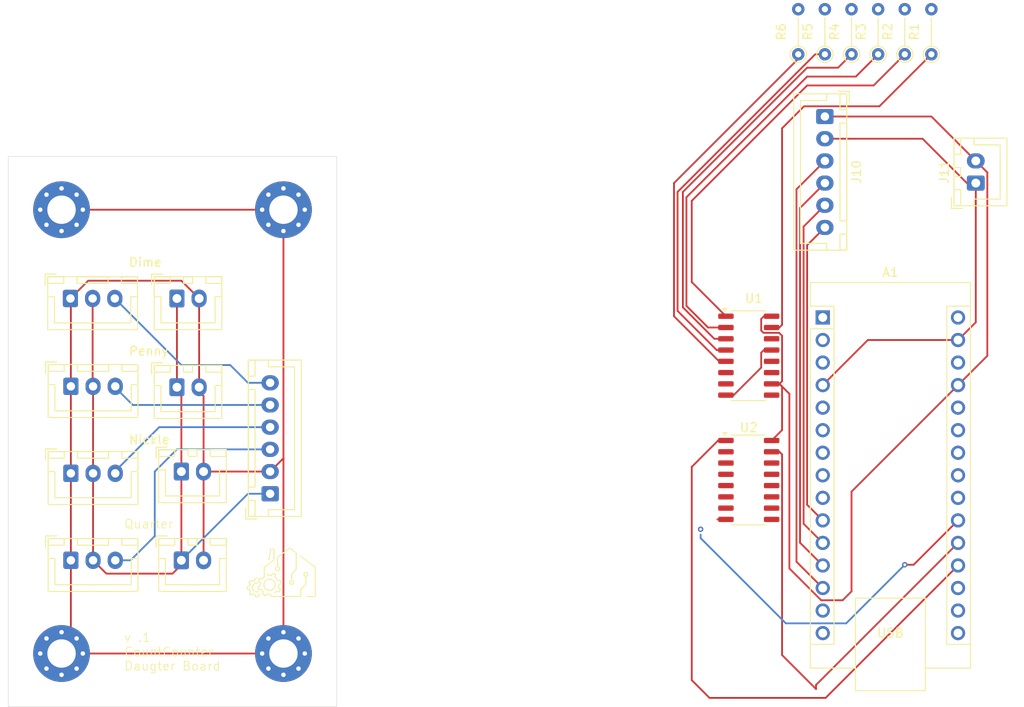
<source format=kicad_pcb>
(kicad_pcb (version 20240108) (generator "pcbnew") (generator_version "8.0")
  (layers (0 "F.Cu" signal) (31 "B.Cu" signal) (34 "B.Paste" user) (35 "F.Paste" user) (36 "B.SilkS" user "B.Silkscreen") (37 "F.SilkS" user "F.Silkscreen") (38 "B.Mask" user) (39 "F.Mask" user) (44 "Edge.Cuts" user))
  (net 0 "")
  (net 1 "GND")
  (net 2 "+5V")
  (net 3 "Net-(J5-Pin_3)")
  (net 4 "Net-(J5-Pin_4)")
  (net 5 "Net-(J5-Pin_5)")
  (net 6 "Net-(J5-Pin_6)")
  (net 21 "Net-(A1-+5V)")
  (net 22 "Net-(J10-Pin_2)")
  (net 23 "Net-(A1-D10)")
  (net 26 "Net-(A1-D9)")
  (net 27 "Net-(A1-D8)")
  (net 28 "Net-(A1-D7)")
  (net 29 "Net-(A1-A2)")
  (net 30 "Net-(A1-A3)")
  (net 31 "Net-(A1-A0)")
  (net 32 "Net-(A1-D3)")
  (net 33 "Net-(A1-D2)")
  (net 34 "Net-(A1-A1)")
  (net 35 "Net-(A1-D4)")
  (net 36 "Net-(J12-Pin_1)")
  (net 37 "Net-(U1-QA)")
  (net 38 "Net-(U1-QB)")
  (net 39 "Net-(J13-Pin_1)")
  (net 40 "Net-(J14-Pin_1)")
  (net 41 "Net-(U1-QC)")
  (net 42 "Net-(U1-QD)")
  (net 43 "Net-(J15-Pin_1)")
  (net 44 "Net-(U1-QE)")
  (net 45 "Net-(J16-Pin_1)")
  (net 46 "Net-(J17-Pin_1)")
  (net 47 "Net-(U1-QF)")
  (net 51 "Net-(J16-Pin_2)")
  (net 52 "Net-(J13-Pin_2)")
  (net 54 "Net-(J15-Pin_2)")
  (net 55 "Net-(J17-Pin_2)")
  (net 58 "Net-(J12-Pin_2)")
  (net 60 "Net-(J14-Pin_2)")
  (footprint "Resistor_THT:R_Axial_DIN0204_L3.6mm_D1.6mm_P5.08mm_Vertical" (layer "F.Cu") (at 193 68.49 90)
    (property "Reference" "R1")
    (property "Value" "220 Ohm")
  )
  (footprint "Connector_JST:JST_XH_B2B-XH-A_1x02_P2.50mm_Vertical" (layer "F.Cu") (at 108 96)
    (property "Reference" "J4" (hide yes))
    (property "Value" "D_EMT")
  )
  (footprint "Connector_JST:JST_XH_B6B-XH-A_1x06_P2.50mm_Vertical" (layer "F.Cu") (at 181 75.5 -90)
    (property "Reference" "J10")
    (property "Value" "Mom" (hide yes))
  )
  (footprint "Resistor_THT:R_Axial_DIN0204_L3.6mm_D1.6mm_P5.08mm_Vertical" (layer "F.Cu") (at 181 68.49 90)
    (property "Reference" "R5")
    (property "Value" "220 Ohm")
  )
  (footprint "Connector_JST:JST_XH_B3B-XH-A_1x03_P2.50mm_Vertical" (layer "F.Cu") (at 96.05 105.9)
    (property "Reference" "J7" (hide yes))
    (property "Value" "P_RCV")
  )
  (footprint "Connector_JST:JST_XH_B6B-XH-A_1x06_P2.50mm_Vertical" (layer "F.Cu") (at 118.5 118 90)
    (property "Reference" "J5" (hide yes))
    (property "Value" "Mom")
  )
  (footprint "Package_SO:SO-16_3.9x9.9mm_P1.27mm" (layer "F.Cu") (at 172.425 102.445)
    (property "Reference" "U1")
    (property "Value" "74HC595")
  )
  (footprint "Connector_JST:JST_XH_B2B-XH-A_1x02_P2.50mm_Vertical" (layer "F.Cu") (at 108.5 115.5)
    (property "Reference" "J2" (hide yes))
    (property "Value" "N_EMT")
  )
  (footprint "Connector_JST:JST_XH_B3B-XH-A_1x03_P2.50mm_Vertical" (layer "F.Cu") (at 96 96)
    (property "Reference" "J6" (hide yes))
    (property "Value" "D_RCV")
  )
  (footprint "Connector_JST:JST_XH_B2B-XH-A_1x02_P2.50mm_Vertical" (layer "F.Cu") (at 108 106)
    (property "Reference" "J3" (hide yes))
    (property "Value" "P_EMT")
  )
  (footprint "Connector_JST:JST_XH_B2B-XH-A_1x02_P2.50mm_Vertical" (layer "F.Cu") (at 198 83 90)
    (property "Reference" "J11")
    (property "Value" "Power")
  )
  (footprint "Connector_JST:JST_XH_B3B-XH-A_1x03_P2.50mm_Vertical" (layer "F.Cu") (at 96.05 115.7)
    (property "Reference" "J8" (hide yes))
    (property "Value" "N_RCV")
  )
  (footprint "Resistor_THT:R_Axial_DIN0204_L3.6mm_D1.6mm_P5.08mm_Vertical" (layer "F.Cu") (at 184 68.49 90)
    (property "Reference" "R4")
    (property "Value" "220 Ohm")
  )
  (footprint "MountingHole:MountingHole_3.2mm_M3_Pad_Via" (layer "F.Cu") (at 120 136)
    (property "Reference" "H4" (hide yes))
    (property "Value" "MountingHole_Pad")
  )
  (footprint "Module:Arduino_Nano" (layer "F.Cu") (at 180.76 98.14)
    (property "Reference" "A1")
    (property "Value" "Arduino_Nano_Every")
  )
  (footprint "MountingHole:MountingHole_3.2mm_M3_Pad_Via" (layer "F.Cu") (at 120 86)
    (property "Reference" "H2" (hide yes))
    (property "Value" "MountingHole_Pad")
  )
  (footprint "MountingHole:MountingHole_3.2mm_M3_Pad_Via" (layer "F.Cu") (at 95 86)
    (property "Reference" "H1" (hide yes))
    (property "Value" "MountingHole_Pad")
  )
  (footprint "Connector_JST:JST_XH_B2B-XH-A_1x02_P2.50mm_Vertical" (layer "F.Cu") (at 108.5 125.5)
    (property "Reference" "J1" (hide yes))
    (property "Value" "Q_EMT")
  )
  (footprint "Package_SO:SO-16_3.9x9.9mm_P1.27mm" (layer "F.Cu") (at 172.425 116.445)
    (property "Reference" "U2")
    (property "Value" "74HC165")
  )
  (footprint "Resistor_THT:R_Axial_DIN0204_L3.6mm_D1.6mm_P5.08mm_Vertical" (layer "F.Cu") (at 190 68.49 90)
    (property "Reference" "R2")
    (property "Value" "220 Ohm")
  )
  (footprint "Connector_JST:JST_XH_B3B-XH-A_1x03_P2.50mm_Vertical" (layer "F.Cu") (at 96.05 125.5)
    (property "Reference" "J9" (hide yes))
    (property "Value" "Q_RCV")
  )
  (footprint "Resistor_THT:R_Axial_DIN0204_L3.6mm_D1.6mm_P5.08mm_Vertical" (layer "F.Cu") (at 187 68.49 90)
    (property "Reference" "R3")
    (property "Value" "220 Ohm")
  )
  (footprint "Resistor_THT:R_Axial_DIN0204_L3.6mm_D1.6mm_P5.08mm_Vertical" (layer "F.Cu") (at 178 68.49 90)
    (property "Reference" "R6")
    (property "Value" "220 Ohm")
  )
  (footprint "MountingHole:MountingHole_3.2mm_M3_Pad_Via" (layer "F.Cu") (at 95 136)
    (property "Reference" "H3" (hide yes))
    (property "Value" "MountingHole_Pad")
  )
  (gr_poly (pts (xy 117 128) (xy 117.007791 128.000164) (xy 117.015553 128.000437) (xy 117.023287 128.00082) (xy 117.030994 128.001312) (xy 117.038675 128.001914) (xy 117.046332 128.002626) (xy 117.053967 128.003448) (xy 117.14389 128.096536) (xy 117.142469 128.107834) (xy 117.141165 128.119132) (xy 117.139969 128.13043) (xy 117.138871 128.141727) (xy 117.121496 128.135995) (xy 117.103811 128.130977) (xy 117.085833 128.12669) (xy 117.067581 128.123149) (xy 117.049072 128.120369) (xy 117.030323 128.118364) (xy 117.020864 128.117657) (xy 117.011352 128.11715) (xy 117.001789 128.116844) (xy 116.992177 128.116742) (xy 116.969398 128.11732) (xy 116.946914 128.119035) (xy 116.924754 128.12186) (xy 116.902946 128.125766) (xy 116.881517 128.130725) (xy 116.860497 128.136708) (xy 116.839912 128.143689) (xy 116.819791 128.151638) (xy 116.800162 128.160529) (xy 116.781053 128.170331) (xy 116.762492 128.181018) (xy 116.744506 128.192561) (xy 116.727125 128.204933) (xy 116.710376 128.218105) (xy 116.694287 128.232049) (xy 116.678887 128.246736) (xy 116.664202 128.26214) (xy 116.650262 128.278231) (xy 116.637094 128.294982) (xy 116.624726 128.312364) (xy 116.613186 128.33035) (xy 116.602503 128.348911) (xy 116.592704 128.368019) (xy 116.583818 128.387647) (xy 116.575872 128.407765) (xy 116.568895 128.428346) (xy 116.562914 128.449362) (xy 116.557958 128.470785) (xy 116.554054 128.492587) (xy 116.551231 128.514739) (xy 116.549516 128.537213) (xy 116.548939 128.559981) (xy 116.549516 128.58276) (xy 116.551231 128.605244) (xy 116.554054 128.627405) (xy 116.557958 128.649215) (xy 116.562914 128.670646) (xy 116.568895 128.691669) (xy 116.575872 128.712257) (xy 116.583818 128.732382) (xy 116.592704 128.752015) (xy 116.602503 128.771128) (xy 116.613186 128.789694) (xy 116.624726 128.807684) (xy 116.637094 128.825071) (xy 116.650262 128.841825) (xy 116.664202 128.857919) (xy 116.678887 128.873326) (xy 116.694287 128.888016) (xy 116.710376 128.901962) (xy 116.727125 128.915135) (xy 116.744506 128.927508) (xy 116.762492 128.939053) (xy 116.781053 128.949741) (xy 116.800162 128.959545) (xy 116.819791 128.968436) (xy 116.839912 128.976386) (xy 116.860497 128.983367) (xy 116.881517 128.989351) (xy 116.902946 128.99431) (xy 116.924754 128.998216) (xy 116.946914 129.00104) (xy 116.969398 129.002756) (xy 116.992177 129.003334) (xy 117.008968 129.003018) (xy 117.025605 129.00208) (xy 117.042077 129.000532) (xy 117.058373 128.998385) (xy 117.074483 128.995653) (xy 117.090395 128.992347) (xy 117.1061 128.98848) (xy 117.121585 128.984064) (xy 117.348404 128.991886) (xy 117.329932 129.006512) (xy 117.310844 129.020368) (xy 117.291163 129.033432) (xy 117.270914 129.045679) (xy 117.250119 129.057084) (xy 117.228803 129.067624) (xy 117.206988 129.077275) (xy 117.1847 129.086012) (xy 117.161962 129.093812) (xy 117.138797 129.100649) (xy 117.115229 129.106501) (xy 117.091282 129.111343) (xy 117.066979 129.115151) (xy 117.042345 129.117901) (xy 117.017403 129.119569) (xy 116.992177 129.12013) (xy 116.963401 129.1194) (xy 116.934997 129.117232) (xy 116.907002 129.113663) (xy 116.87945 129.108727) (xy 116.852378 129.102461) (xy 116.82582 129.094899) (xy 116.799813 129.086078) (xy 116.774391 129.076032) (xy 116.749591 129.064798) (xy 116.725447 129.052411) (xy 116.701995 129.038906) (xy 116.67927 129.024318) (xy 116.657308 129.008684) (xy 116.636145 128.992039) (xy 116.615815 128.974418) (xy 116.596355 128.955857) (xy 116.5778 128.936391) (xy 116.560184 128.916056) (xy 116.543544 128.894888) (xy 116.527916 128.872921) (xy 116.513334 128.850191) (xy 116.499834 128.826734) (xy 116.487451 128.802586) (xy 116.476221 128.777781) (xy 116.46618 128.752356) (xy 116.457362 128.726345) (xy 116.449804 128.699785) (xy 116.44354 128.672711) (xy 116.438607 128.645158) (xy 116.435039 128.617161) (xy 116.432873 128.588757) (xy 116.432143 128.559981) (xy 116.432873 128.531205) (xy 116.435039 128.502801) (xy 116.438607 128.474806) (xy 116.44354 128.447254) (xy 116.449804 128.420182) (xy 116.457362 128.393624) (xy 116.46618 128.367617) (xy 116.476221 128.342195) (xy 116.487451 128.317394) (xy 116.499834 128.29325) (xy 116.513334 128.269798) (xy 116.527916 128.247074) (xy 116.543544 128.225112) (xy 116.560184 128.203948) (xy 116.5778 128.183619) (xy 116.596355 128.164158) (xy 116.615815 128.145603) (xy 116.636145 128.127987) (xy 116.657308 128.111348) (xy 116.67927 128.095719) (xy 116.701995 128.081137) (xy 116.725447 128.067637) (xy 116.749591 128.055254) (xy 116.774391 128.044024) (xy 116.799813 128.033983) (xy 116.82582 128.025165) (xy 116.852378 128.017607) (xy 116.87945 128.011344) (xy 116.907002 128.00641) (xy 116.934997 128.002842) (xy 116.963401 128.000676) (xy 116.992177 127.999946)) (stroke (width -0.000001)) (fill solid) (layer "F.SilkS"))
  (gr_poly (pts (xy 118.448469 127.567157) (xy 118.481865 127.568938) (xy 118.515164 127.572365) (xy 118.548316 127.577437) (xy 118.581269 127.584151) (xy 118.613973 127.592507) (xy 118.646379 127.602503) (xy 118.678434 127.614137) (xy 118.71009 127.627408) (xy 118.74106 127.642201) (xy 118.771074 127.658384) (xy 118.800099 127.675917) (xy 118.828099 127.694766) (xy 118.855039 127.714893) (xy 118.880885 127.736262) (xy 118.905603 127.758835) (xy 118.929157 127.782577) (xy 118.951513 127.80745) (xy 118.972636 127.833418) (xy 118.992492 127.860444) (xy 119.011046 127.888492) (xy 119.028263 127.917524) (xy 119.044109 127.947505) (xy 119.058548 127.978397) (xy 119.071547 128.010163) (xy 119.082986 128.042524) (xy 119.092768 128.075191) (xy 119.100893 128.108113) (xy 119.107364 128.141241) (xy 119.112182 128.174523) (xy 119.115348 128.207909) (xy 119.116864 128.241348) (xy 119.116731 128.274792) (xy 119.114951 128.308188) (xy 119.111525 128.341486) (xy 119.106455 128.374637) (xy 119.099742 128.40759) (xy 119.091388 128.440294) (xy 119.081394 128.472699) (xy 119.069762 128.504755) (xy 119.056492 128.53641) (xy 119.041697 128.56738) (xy 119.025514 128.597394) (xy 119.007979 128.626419) (xy 118.98913 128.654418) (xy 118.969003 128.681359) (xy 118.947634 128.707205) (xy 118.925061 128.731923) (xy 118.90132 128.755477) (xy 118.876447 128.777833) (xy 118.850479 128.798956) (xy 118.823454 128.818812) (xy 118.795407 128.837366) (xy 118.766375 128.854583) (xy 118.736395 128.870429) (xy 118.705503 128.884868) (xy 118.673737 128.897867) (xy 118.658772 128.903375) (xy 118.643735 128.908528) (xy 118.628632 128.913325) (xy 118.613468 128.917766) (xy 118.598246 128.921851) (xy 118.582974 128.92558) (xy 118.567654 128.928954) (xy 118.552294 128.931972) (xy 118.536896 128.934635) (xy 118.521468 128.936942) (xy 118.506013 128.938895) (xy 118.490537 128.940492) (xy 118.475045 128.941734) (xy 118.459542 128.942621) (xy 118.444032 128.943153) (xy 118.428521 128.94333) (xy 118.410587 128.943093) (xy 118.392665 128.942382) (xy 118.374765 128.941197) (xy 118.356893 128.939538) (xy 118.339058 128.937406) (xy 118.321267 128.934801) (xy 118.303528 128.931723) (xy 118.285849 128.928173) (xy 118.268237 128.924151) (xy 118.2507 128.919656) (xy 118.233246 128.91469) (xy 118.215883 128.909253) (xy 118.198618 128.903344) (xy 118.181459 128.896965) (xy 118.164413 128.890114) (xy 118.14749 128.882794) (xy 118.116518 128.868002) (xy 118.086503 128.851821) (xy 118.057478 128.834288) (xy 118.029478 128.81544) (xy 118.002537 128.795313) (xy 117.976691 128.773945) (xy 117.951973 128.751371) (xy 117.928419 128.72763) (xy 117.906063 128.702756) (xy 117.88494 128.676788) (xy 117.865084 128.649762) (xy 117.84653 128.621715) (xy 117.829312 128.592683) (xy 117.813466 128.562704) (xy 117.799025 128.531813) (xy 117.786025 128.500048) (xy 117.774587 128.467687) (xy 117.764807 128.435019) (xy 117.756682 128.402097) (xy 117.750212 128.368969) (xy 117.745394 128.335686) (xy 117.742228 128.3023) (xy 117.740712 128.26886) (xy 117.740722 128.266526) (xy 117.857546 128.266526) (xy 117.858805 128.294288) (xy 117.861434 128.322005) (xy 117.865434 128.349636) (xy 117.870806 128.377138) (xy 117.877551 128.40447) (xy 117.88567 128.43159) (xy 117.895165 128.458456) (xy 117.905958 128.484829) (xy 117.917946 128.510476) (xy 117.931101 128.535366) (xy 117.945395 128.559469) (xy 117.960798 128.582755) (xy 117.977282 128.605192) (xy 117.994818 128.626751) (xy 118.013378 128.647401) (xy 118.032933 128.667111) (xy 118.053453 128.685852) (xy 118.074911 128.703592) (xy 118.097278 128.720301) (xy 118.120524 128.735949) (xy 118.144622 128.750505) (xy 118.169542 128.763939) (xy 118.195256 128.77622) (xy 118.221534 128.787237) (xy 118.248144 128.796895) (xy 118.275046 128.805192) (xy 118.302196 128.812129) (xy 118.329553 128.817702) (xy 118.357075 128.821912) (xy 118.38472 128.824756) (xy 118.412446 128.826234) (xy 118.440211 128.826345) (xy 118.467973 128.825087) (xy 118.49569 128.822459) (xy 118.52332 128.818459) (xy 118.550822 128.813088) (xy 118.578153 128.806342) (xy 118.605272 128.798222) (xy 118.632136 128.788726) (xy 118.658509 128.777934) (xy 118.684156 128.765945) (xy 118.709046 128.75279) (xy 118.73315 128.738496) (xy 118.756435 128.723092) (xy 118.778873 128.706607) (xy 118.800432 128.68907) (xy 118.821082 128.67051) (xy 118.840793 128.650955) (xy 118.859534 128.630434) (xy 118.877275 128.608976) (xy 118.893985 128.58661) (xy 118.909634 128.563364) (xy 118.924191 128.539267) (xy 118.937626 128.514348) (xy 118.949909 128.488635) (xy 118.960926 128.462356) (xy 118.970584 128.435744) (xy 118.978881 128.408843) (xy 118.985817 128.381692) (xy 118.99139 128.354336) (xy 118.995599 128.326815) (xy 118.998442 128.29917) (xy 118.99992 128.271446) (xy 119.00003 128.243681) (xy 118.998771 128.21592) (xy 118.996142 128.188204) (xy 118.992142 128.160573) (xy 118.986769 128.133072) (xy 118.980024 128.10574) (xy 118.971903 128.078621) (xy 118.962407 128.051755) (xy 118.951614 128.025381) (xy 118.939626 127.999733) (xy 118.926471 127.974841) (xy 118.912178 127.950738) (xy 118.896775 127.927452) (xy 118.880291 127.905014) (xy 118.862755 127.883455) (xy 118.844195 127.862805) (xy 118.824641 127.843095) (xy 118.804121 127.824354) (xy 118.782664 127.806614) (xy 118.760298 127.789905) (xy 118.737053 127.774256) (xy 118.712956 127.759699) (xy 118.688037 127.746264) (xy 118.662325 127.733982) (xy 118.648276 127.727905) (xy 118.634125 127.722219) (xy 118.619879 127.716923) (xy 118.605545 127.712019) (xy 118.591129 127.707506) (xy 118.576638 127.703384) (xy 118.562078 127.699654) (xy 118.547455 127.696315) (xy 118.532776 127.693369) (xy 118.518048 127.690815) (xy 118.503277 127.688653) (xy 118.48847 127.686884) (xy 118.473633 127.685508) (xy 118.458772 127.684525) (xy 118.443895 127.683935) (xy 118.429007 127.683738) (xy 118.416129 127.683885) (xy 118.403253 127.684326) (xy 118.390382 127.685062) (xy 118.377521 127.686092) (xy 118.364674 127.687417) (xy 118.351844 127.689037) (xy 118.339037 127.690952) (xy 118.326255 127.693161) (xy 118.313504 127.695666) (xy 118.300787 127.698466) (xy 118.288109 127.701562) (xy 118.275473 127.704953) (xy 118.262883 127.70864) (xy 118.250345 127.712623) (xy 118.237861 127.716901) (xy 118.225436 127.721476) (xy 118.199063 127.732268) (xy 118.173416 127.744257) (xy 118.148526 127.757413) (xy 118.124423 127.771707) (xy 118.101138 127.787111) (xy 118.078701 127.803595) (xy 118.057143 127.821133) (xy 118.036494 127.839693) (xy 118.016784 127.859249) (xy 117.998043 127.87977) (xy 117.980303 127.901229) (xy 117.963594 127.923596) (xy 117.947946 127.946843) (xy 117.933389 127.970941) (xy 117.919954 127.995862) (xy 117.907671 128.021576) (xy 117.896653 128.047854) (xy 117.886994 128.074464) (xy 117.878696 128.101365) (xy 117.87176 128.128515) (xy 117.866186 128.155871) (xy 117.861977 128.183392) (xy 117.859134 128.211037) (xy 117.857656 128.238762) (xy 117.857546 128.266526) (xy 117.740722 128.266526) (xy 117.740845 128.235416) (xy 117.742625 128.202019) (xy 117.746051 128.16872) (xy 117.751121 128.13557) (xy 117.757834 128.102617) (xy 117.766189 128.069913) (xy 117.776184 128.037509) (xy 117.787817 128.005455) (xy 117.801088 127.973801) (xy 117.815882 127.942829) (xy 117.832064 127.912814) (xy 117.849598 127.883788) (xy 117.868447 127.855787) (xy 117.888574 127.828846) (xy 117.909942 127.802999) (xy 117.932516 127.778281) (xy 117.956258 127.754727) (xy 117.981131 127.73237) (xy 118.007099 127.711247) (xy 118.034125 127.691391) (xy 118.062173 127.672837) (xy 118.091205 127.65562) (xy 118.121185 127.639774) (xy 118.152077 127.625335) (xy 118.183844 127.612336) (xy 118.216203 127.600897) (xy 118.248869 127.591116) (xy 118.281791 127.582991) (xy 118.314917 127.57652) (xy 118.348199 127.571703) (xy 118.381585 127.568538) (xy 118.415025 127.567023)) (stroke (width -0.000001)) (fill solid) (layer "F.SilkS"))
  (gr_poly (pts (xy 119.346456 126.171433) (xy 119.360707 126.17252) (xy 119.374753 126.174311) (xy 119.388577 126.176786) (xy 119.40216 126.179929) (xy 119.415485 126.183721) (xy 119.428534 126.188146) (xy 119.441289 126.193184) (xy 119.453733 126.198819) (xy 119.465847 126.205032) (xy 119.477614 126.211806) (xy 119.489016 126.219123) (xy 119.500035 126.226964) (xy 119.510654 126.235314) (xy 119.520854 126.244152) (xy 119.530619 126.253463) (xy 119.539929 126.263227) (xy 119.548768 126.273427) (xy 119.557117 126.284046) (xy 119.564959 126.295065) (xy 119.572276 126.306467) (xy 119.579049 126.318234) (xy 119.585263 126.330349) (xy 119.590897 126.342792) (xy 119.595936 126.355547) (xy 119.60036 126.368596) (xy 119.604153 126.381921) (xy 119.607295 126.395504) (xy 119.609771 126.409328) (xy 119.611561 126.423374) (xy 119.612648 126.437625) (xy 119.613015 126.452063) (xy 119.612648 126.466501) (xy 119.611561 126.480752) (xy 119.609771 126.494798) (xy 119.607295 126.508622) (xy 119.604153 126.522205) (xy 119.60036 126.53553) (xy 119.595936 126.548579) (xy 119.590897 126.561334) (xy 119.585263 126.573778) (xy 119.579049 126.585892) (xy 119.572276 126.597659) (xy 119.564959 126.609061) (xy 119.557117 126.62008) (xy 119.548768 126.630699) (xy 119.539929 126.6409) (xy 119.530619 126.650664) (xy 119.520854 126.659974) (xy 119.510654 126.668813) (xy 119.500035 126.677162) (xy 119.489016 126.685004) (xy 119.477614 126.692321) (xy 119.465847 126.699095) (xy 119.453733 126.705308) (xy 119.441289 126.710942) (xy 119.428534 126.715981) (xy 119.415485 126.720405) (xy 119.40216 126.724198) (xy 119.388577 126.72734) (xy 119.374753 126.729816) (xy 119.360707 126.731606) (xy 119.346456 126.732693) (xy 119.332018 126.73306) (xy 119.31758 126.732693) (xy 119.303329 126.731606) (xy 119.289283 126.729816) (xy 119.275459 126.72734) (xy 119.261876 126.724198) (xy 119.248551 126.720405) (xy 119.235502 126.715981) (xy 119.222747 126.710942) (xy 119.210304 126.705308) (xy 119.19819 126.699095) (xy 119.186423 126.692321) (xy 119.17502 126.685004) (xy 119.164001 126.677162) (xy 119.153382 126.668813) (xy 119.143182 126.659974) (xy 119.133418 126.650664) (xy 119.124107 126.6409) (xy 119.115269 126.630699) (xy 119.10692 126.62008) (xy 119.099078 126.609061) (xy 119.091761 126.597659) (xy 119.084987 126.585892) (xy 119.078774 126.573778) (xy 119.073139 126.561334) (xy 119.068101 126.548579) (xy 119.063676 126.53553) (xy 119.059884 126.522205) (xy 119.056741 126.508622) (xy 119.054266 126.494798) (xy 119.052475 126.480752) (xy 119.051388 126.466501) (xy 119.051022 126.452063) (xy 119.167809 126.452063) (xy 119.168023 126.4605) (xy 119.168658 126.468827) (xy 119.169704 126.477035) (xy 119.171151 126.485113) (xy 119.172987 126.49305) (xy 119.175204 126.500837) (xy 119.177789 126.508462) (xy 119.180733 126.515915) (xy 119.184026 126.523186) (xy 119.187657 126.530264) (xy 119.191615 126.53714) (xy 119.19589 126.543803) (xy 119.200473 126.550241) (xy 119.205352 126.556446) (xy 119.210517 126.562406) (xy 119.215958 126.568111) (xy 119.221664 126.573552) (xy 119.227624 126.578716) (xy 119.23383 126.583594) (xy 119.240269 126.588176) (xy 119.246932 126.592451) (xy 119.253809 126.596409) (xy 119.260888 126.600039) (xy 119.26816 126.603332) (xy 119.275614 126.606276) (xy 119.28324 126.608861) (xy 119.291027 126.611076) (xy 119.298965 126.612913) (xy 119.307043 126.614359) (xy 119.315252 126.615405) (xy 119.32358 126.61604) (xy 119.332018 126.616254) (xy 119.340455 126.61604) (xy 119.348783 126.615405) (xy 119.35699 126.614359) (xy 119.365068 126.612913) (xy 119.373006 126.611076) (xy 119.380792 126.608861) (xy 119.388417 126.606276) (xy 119.395871 126.603332) (xy 119.403142 126.600039) (xy 119.410221 126.596409) (xy 119.417097 126.592451) (xy 119.42376 126.588176) (xy 119.430199 126.583594) (xy 119.436404 126.578716) (xy 119.442365 126.573552) (xy 119.448071 126.568111) (xy 119.453511 126.562406) (xy 119.458676 126.556446) (xy 119.463555 126.550241) (xy 119.468137 126.543803) (xy 119.472413 126.53714) (xy 119.476371 126.530264) (xy 119.480002 126.523186) (xy 119.483294 126.515915) (xy 119.486239 126.508462) (xy 119.488824 126.500837) (xy 119.49104 126.49305) (xy 119.492877 126.485113) (xy 119.494323 126.477035) (xy 119.495369 126.468827) (xy 119.496004 126.4605) (xy 119.496218 126.452063) (xy 119.496004 126.443626) (xy 119.495369 126.435298) (xy 119.494323 126.42709) (xy 119.492877 126.419012) (xy 119.49104 126.411075) (xy 119.488824 126.403289) (xy 119.486239 126.395663) (xy 119.483294 126.38821) (xy 119.480002 126.380939) (xy 119.476371 126.37386) (xy 119.472413 126.366984) (xy 119.468137 126.360321) (xy 119.463555 126.353882) (xy 119.458676 126.347677) (xy 119.453511 126.341716) (xy 119.448071 126.33601) (xy 119.442365 126.33057) (xy 119.436404 126.325405) (xy 119.430199 126.320526) (xy 119.42376 126.315944) (xy 119.417097 126.311668) (xy 119.410221 126.30771) (xy 119.403142 126.30408) (xy 119.395871 126.300787) (xy 119.388417 126.297843) (xy 119.380792 126.295258) (xy 119.373006 126.293041) (xy 119.365068 126.291205) (xy 119.35699 126.289758) (xy 119.348783 126.288712) (xy 119.340455 126.288077) (xy 119.332018 126.287863) (xy 119.32358 126.288077) (xy 119.315252 126.288712) (xy 119.307043 126.289758) (xy 119.298965 126.291205) (xy 119.291027 126.293041) (xy 119.28324 126.295258) (xy 119.275614 126.297843) (xy 119.26816 126.300787) (xy 119.260888 126.30408) (xy 119.253809 126.30771) (xy 119.246932 126.311668) (xy 119.240269 126.315944) (xy 119.23383 126.320526) (xy 119.227624 126.325405) (xy 119.221664 126.33057) (xy 119.215958 126.33601) (xy 119.210517 126.341716) (xy 119.205352 126.347677) (xy 119.200473 126.353882) (xy 119.19589 126.360321) (xy 119.191615 126.366984) (xy 119.187657 126.37386) (xy 119.184026 126.380939) (xy 119.180733 126.38821) (xy 119.177789 126.395663) (xy 119.175204 126.403289) (xy 119.172987 126.411075) (xy 119.171151 126.419012) (xy 119.169704 126.42709) (xy 119.168658 126.435298) (xy 119.168023 126.443626) (xy 119.167809 126.452063) (xy 119.051022 126.452063) (xy 119.051388 126.437625) (xy 119.052475 126.423374) (xy 119.054266 126.409328) (xy 119.056741 126.395504) (xy 119.059884 126.381921) (xy 119.063676 126.368596) (xy 119.068101 126.355547) (xy 119.073139 126.342792) (xy 119.078774 126.330349) (xy 119.084987 126.318234) (xy 119.091761 126.306467) (xy 119.099078 126.295065) (xy 119.10692 126.284046) (xy 119.115269 126.273427) (xy 119.124107 126.263227) (xy 119.133418 126.253463) (xy 119.143182 126.244152) (xy 119.153382 126.235314) (xy 119.164001 126.226964) (xy 119.17502 126.219123) (xy 119.186423 126.211806) (xy 119.19819 126.205032) (xy 119.210304 126.198819) (xy 119.222747 126.193184) (xy 119.235502 126.188146) (xy 119.248551 126.183721) (xy 119.261876 126.179929) (xy 119.275459 126.176786) (xy 119.289283 126.174311) (xy 119.303329 126.17252) (xy 119.31758 126.171433) (xy 119.332018 126.171067)) (stroke (width -0.000001)) (fill solid) (layer "F.SilkS"))
  (gr_poly (pts (xy 120.932156 127.709187) (xy 120.946407 127.710274) (xy 120.960453 127.712064) (xy 120.974277 127.71454) (xy 120.987859 127.717683) (xy 121.001184 127.721475) (xy 121.014233 127.7259) (xy 121.026988 127.730939) (xy 121.039431 127.736574) (xy 121.051545 127.742787) (xy 121.063312 127.749561) (xy 121.074713 127.756878) (xy 121.085732 127.76472) (xy 121.09635 127.77307) (xy 121.106551 127.781909) (xy 121.116314 127.791219) (xy 121.125624 127.800984) (xy 121.134463 127.811184) (xy 121.142811 127.821803) (xy 121.150653 127.832823) (xy 121.157969 127.844225) (xy 121.164743 127.855992) (xy 121.170955 127.868106) (xy 121.17659 127.880549) (xy 121.181628 127.893304) (xy 121.186052 127.906353) (xy 121.189844 127.919678) (xy 121.192987 127.93326) (xy 121.195462 127.947083) (xy 121.197252 127.961129) (xy 121.198339 127.975379) (xy 121.198706 127.989816) (xy 121.198339 128.004254) (xy 121.197252 128.018505) (xy 121.195462 128.032552) (xy 121.192987 128.046375) (xy 121.189844 128.059958) (xy 121.186052 128.073283) (xy 121.181628 128.086332) (xy 121.17659 128.099088) (xy 121.170955 128.111531) (xy 121.164743 128.123645) (xy 121.157969 128.135412) (xy 121.150653 128.146814) (xy 121.142811 128.157834) (xy 121.134463 128.168453) (xy 121.125624 128.178653) (xy 121.116314 128.188417) (xy 121.106551 128.197728) (xy 121.09635 128.206566) (xy 121.085732 128.214915) (xy 121.074713 128.222757) (xy 121.063312 128.230074) (xy 121.051545 128.236848) (xy 121.039431 128.243061) (xy 121.026988 128.248696) (xy 121.014233 128.253734) (xy 121.001184 128.258158) (xy 120.987859 128.261951) (xy 120.974277 128.265094) (xy 120.960453 128.267569) (xy 120.946407 128.269359) (xy 120.932156 128.270447) (xy 120.917718 128.270813) (xy 120.90328 128.270447) (xy 120.889029 128.269359) (xy 120.874983 128.267569) (xy 120.86116 128.265094) (xy 120.847576 128.261951) (xy 120.834252 128.258158) (xy 120.821203 128.253734) (xy 120.808447 128.248696) (xy 120.796004 128.243061) (xy 120.78389 128.236848) (xy 120.772123 128.230074) (xy 120.760721 128.222757) (xy 120.749701 128.214915) (xy 120.739083 128.206566) (xy 120.728882 128.197728) (xy 120.719118 128.188417) (xy 120.709808 128.178653) (xy 120.700969 128.168453) (xy 120.69262 128.157834) (xy 120.684778 128.146814) (xy 120.677461 128.135412) (xy 120.670687 128.123645) (xy 120.664474 128.111531) (xy 120.658839 128.099088) (xy 120.653801 128.086332) (xy 120.649377 128.073283) (xy 120.645584 128.059958) (xy 120.642441 128.046375) (xy 120.639966 128.032552) (xy 120.638176 128.018505) (xy 120.637089 128.004254) (xy 120.636722 127.989816) (xy 120.753509 127.989816) (xy 120.753723 127.998253) (xy 120.754358 128.006581) (xy 120.755405 128.014789) (xy 120.756851 128.022866) (xy 120.758688 128.030803) (xy 120.760904 128.03859) (xy 120.763489 128.046215) (xy 120.766433 128.053668) (xy 120.769726 128.060939) (xy 120.773357 128.068017) (xy 120.777315 128.074893) (xy 120.781591 128.081556) (xy 120.786173 128.087994) (xy 120.791052 128.094199) (xy 120.796217 128.100159) (xy 120.801658 128.105864) (xy 120.807364 128.111305) (xy 120.813324 128.116469) (xy 120.81953 128.121347) (xy 120.825969 128.125929) (xy 120.832632 128.130204) (xy 120.839509 128.134162) (xy 120.846588 128.137793) (xy 120.85386 128.141085) (xy 120.861314 128.144029) (xy 120.86894 128.146614) (xy 120.876727 128.14883) (xy 120.884665 128.150666) (xy 120.892743 128.152112) (xy 120.900952 128.153158) (xy 120.90928 128.153794) (xy 120.917718 128.154008) (xy 120.926155 128.153794) (xy 120.934483 128.153158) (xy 120.942691 128.152112) (xy 120.950769 128.150666) (xy 120.958706 128.14883) (xy 120.966492 128.146614) (xy 120.974118 128.144029) (xy 120.981571 128.141085) (xy 120.988843 128.137793) (xy 120.995922 128.134162) (xy 121.002798 128.130204) (xy 121.00946 128.125929) (xy 121.0159 128.121347) (xy 121.022105 128.116469) (xy 121.028065 128.111305) (xy 121.033771 128.105864) (xy 121.039212 128.100159) (xy 121.044376 128.094199) (xy 121.049255 128.087994) (xy 121.053838 128.081556) (xy 121.058113 128.074893) (xy 121.062071 128.068017) (xy 121.065702 128.060939) (xy 121.068995 128.053668) (xy 121.071939 128.046215) (xy 121.074524 128.03859) (xy 121.07674 128.030803) (xy 121.078577 128.022866) (xy 121.080023 128.014789) (xy 121.081069 128.006581) (xy 121.081705 127.998253) (xy 121.081919 127.989816) (xy 121.081705 127.98138) (xy 121.081069 127.973053) (xy 121.080023 127.964846) (xy 121.078577 127.956768) (xy 121.07674 127.948831) (xy 121.074524 127.941045) (xy 121.071939 127.93342) (xy 121.068995 127.925967) (xy 121.065702 127.918696) (xy 121.062071 127.911617) (xy 121.058113 127.904741) (xy 121.053838 127.898078) (xy 121.049255 127.891639) (xy 121.044376 127.885434) (xy 121.039212 127.879473) (xy 121.033771 127.873767) (xy 121.028065 127.868326) (xy 121.022105 127.863161) (xy 121.0159 127.858282) (xy 121.00946 127.8537) (xy 121.002798 127.849424) (xy 120.995922 127.845465) (xy 120.988843 127.841834) (xy 120.981571 127.838542) (xy 120.974118 127.835597) (xy 120.966492 127.833012) (xy 120.958706 127.830795) (xy 120.950769 127.828959) (xy 120.942691 127.827512) (xy 120.934483 127.826466) (xy 120.926155 127.82583) (xy 120.917718 127.825616) (xy 120.90928 127.82583) (xy 120.900952 127.826466) (xy 120.892743 127.827512) (xy 120.884665 127.828959) (xy 120.876727 127.830795) (xy 120.86894 127.833012) (xy 120.861314 127.835597) (xy 120.85386 127.838542) (xy 120.846588 127.841834) (xy 120.839509 127.845465) (xy 120.832632 127.849424) (xy 120.825969 127.8537) (xy 120.81953 127.858282) (xy 120.813324 127.863161) (xy 120.807364 127.868326) (xy 120.801658 127.873767) (xy 120.796217 127.879473) (xy 120.791052 127.885434) (xy 120.786173 127.891639) (xy 120.781591 127.898078) (xy 120.777315 127.904741) (xy 120.773357 127.911617) (xy 120.769726 127.918696) (xy 120.766433 127.925967) (xy 120.763489 127.93342) (xy 120.760904 127.941045) (xy 120.758688 127.948831) (xy 120.756851 127.956768) (xy 120.755405 127.964846) (xy 120.754358 127.973053) (xy 120.753723 127.98138) (xy 120.753509 127.989816) (xy 120.636722 127.989816) (xy 120.637089 127.975379) (xy 120.638176 127.961129) (xy 120.639966 127.947083) (xy 120.642441 127.93326) (xy 120.645584 127.919678) (xy 120.649377 127.906353) (xy 120.653801 127.893304) (xy 120.658839 127.880549) (xy 120.664474 127.868106) (xy 120.670687 127.855992) (xy 120.677461 127.844225) (xy 120.684778 127.832823) (xy 120.69262 127.821803) (xy 120.700969 127.811184) (xy 120.709808 127.800984) (xy 120.719118 127.791219) (xy 120.728882 127.781909) (xy 120.739083 127.77307) (xy 120.749701 127.76472) (xy 120.760721 127.756878) (xy 120.772123 127.749561) (xy 120.78389 127.742787) (xy 120.796004 127.736574) (xy 120.808447 127.730939) (xy 120.821203 127.7259) (xy 120.834252 127.721475) (xy 120.847576 127.717683) (xy 120.86116 127.71454) (xy 120.874983 127.712064) (xy 120.889029 127.710274) (xy 120.90328 127.709187) (xy 120.917718 127.70882)) (stroke (width -0.000001)) (fill solid) (layer "F.SilkS"))
  (gr_poly (pts (xy 117.076734 127.453689) (xy 117.00946 127.590461) (xy 116.994978 127.557635) (xy 116.849925 127.567804) (xy 116.781124 127.810268) (xy 116.751464 127.819846) (xy 116.725794 127.828698) (xy 116.700483 127.838427) (xy 116.675551 127.849023) (xy 116.651015 127.860477) (xy 116.626897 127.87278) (xy 116.603214 127.885921) (xy 116.579987 127.899891) (xy 116.557234 127.914681) (xy 116.531419 127.932083) (xy 116.297942 127.837009) (xy 116.200655 127.94517) (xy 116.31955 128.167429) (xy 116.30483 128.194875) (xy 116.292515 128.219071) (xy 116.281064 128.243642) (xy 116.270485 128.268569) (xy 116.260788 128.293833) (xy 116.251984 128.319414) (xy 116.244081 128.345293) (xy 116.23709 128.371449) (xy 116.23102 128.397864) (xy 116.224485 128.428352) (xy 115.990541 128.522253) (xy 115.995673 128.667544) (xy 116.235456 128.744865) (xy 116.244099 128.774763) (xy 116.251998 128.800637) (xy 116.260797 128.826216) (xy 116.270489 128.851475) (xy 116.281065 128.87639) (xy 116.292518 128.900939) (xy 116.304838 128.925098) (xy 116.318017 128.948843) (xy 116.332047 128.972151) (xy 116.348627 128.998538) (xy 116.245387 129.228629) (xy 116.35003 129.329655) (xy 116.576381 129.218593) (xy 116.603368 129.234115) (xy 116.627064 129.247276) (xy 116.651187 129.259591) (xy 116.675715 129.271049) (xy 116.700627 129.281638) (xy 116.7259 129.291346) (xy 116.751512 129.30016) (xy 116.777441 129.308068) (xy 116.803667 129.31506) (xy 116.833917 129.322652) (xy 116.919413 129.559746) (xy 117.064934 129.559746) (xy 117.15043 129.322652) (xy 117.18068 129.31506) (xy 117.19927 129.310198) (xy 117.21768 129.304899) (xy 117.235906 129.299167) (xy 117.253945 129.293001) (xy 117.271795 129.286403) (xy 117.289453 129.279376) (xy 117.306915 129.271919) (xy 117.324179 129.264036) (xy 117.341242 129.255726) (xy 117.358101 129.246993) (xy 117.374753 129.237837) (xy 117.391195 129.228259) (xy 117.407425 129.218262) (xy 117.423438 129.207846) (xy 117.439233 129.197014) (xy 117.454807 129.185766) (xy 117.432378 129.339471) (xy 117.409422 129.352042) (xy 117.386115 129.363909) (xy 117.362467 129.375073) (xy 117.338487 129.385531) (xy 117.314184 129.395283) (xy 117.289568 129.404328) (xy 117.264649 129.412665) (xy 117.239436 129.420293) (xy 117.146928 129.676542) (xy 116.837419 129.676542) (xy 116.74492 129.420293) (xy 116.722591 129.413564) (xy 116.700459 129.40626) (xy 116.678534 129.398384) (xy 116.656827 129.38994) (xy 116.635351 129.380931) (xy 116.614115 129.371362) (xy 116.593132 129.361236) (xy 116.572412 129.350558) (xy 116.32784 129.470634) (xy 116.105352 129.255616) (xy 116.216768 129.007067) (xy 116.205348 128.986693) (xy 116.194479 128.966046) (xy 116.184163 128.94514) (xy 116.174403 128.923986) (xy 116.165201 128.902596) (xy 116.156561 128.880982) (xy 116.148484 128.859158) (xy 116.140974 128.837134) (xy 115.881806 128.753631) (xy 115.87094 128.444342) (xy 116.123803 128.342972) (xy 116.129742 128.320418) (xy 116.13626 128.298048) (xy 116.143357 128.275868) (xy 116.15103 128.253888) (xy 116.159278 128.232116) (xy 116.168099 128.210559) (xy 116.177491 128.189226) (xy 116.187452 128.168126) (xy 116.058979 127.927884) (xy 116.265945 127.697909) (xy 116.518332 127.80069) (xy 116.538276 127.788599) (xy 116.558509 127.77703) (xy 116.579024 127.765991) (xy 116.599814 127.755491) (xy 116.620872 127.745538) (xy 116.642191 127.736141) (xy 116.663764 127.727309) (xy 116.685583 127.719049) (xy 116.759984 127.457076) (xy 117.068673 127.435468)) (stroke (width -0.000001)) (fill solid) (layer "F.SilkS"))
  (gr_poly (pts (xy 123.639026 126.256808) (xy 123.639026 129.629548) (xy 122.496486 129.629548) (xy 122.496486 129.512752) (xy 123.522231 129.512752) (xy 123.522231 126.314814) (xy 121.872104 125.063776) (xy 121.872104 124.917214)) (stroke (width -0.000001)) (fill solid) (layer "F.SilkS"))
  (gr_poly (pts (xy 119.163214 127.06542) (xy 119.137876 127.403425) (xy 119.157045 127.41972) (xy 119.175797 127.436407) (xy 119.19413 127.453481) (xy 119.212042 127.47094) (xy 119.22953 127.488781) (xy 119.24659 127.507001) (xy 119.263221 127.525596) (xy 119.27942 127.544563) (xy 119.295183 127.5639) (xy 119.31051 127.583602) (xy 119.325396 127.603668) (xy 119.339839 127.624093) (xy 119.353836 127.644875) (xy 119.367385 127.66601) (xy 119.380484 127.687496) (xy 119.393129 127.709328) (xy 119.73042 127.744738) (xy 119.818429 128.101396) (xy 119.536489 128.289524) (xy 119.535114 128.320226) (xy 119.532882 128.350864) (xy 119.529796 128.381423) (xy 119.525857 128.411884) (xy 119.521069 128.442232) (xy 119.515432 128.472448) (xy 119.50895 128.502516) (xy 119.501625 128.532419) (xy 119.719642 128.79217) (xy 119.535192 129.109873) (xy 119.201747 129.049344) (xy 119.176565 129.073072) (xy 119.15065 129.095995) (xy 119.12402 129.1181) (xy 119.096694 129.139372) (xy 119.068692 129.159794) (xy 119.040033 129.179352) (xy 119.010735 129.19803) (xy 118.980819 129.215813) (xy 118.906145 129.127362) (xy 118.921302 129.118456) (xy 118.936628 129.109037) (xy 118.952072 129.099146) (xy 118.967583 129.088823) (xy 118.983109 129.078107) (xy 118.998599 129.067039) (xy 119.029263 129.044004) (xy 119.059163 129.020038) (xy 119.073699 129.007805) (xy 119.087889 128.995459) (xy 119.101683 128.983041) (xy 119.115028 128.970588) (xy 119.127874 128.958143) (xy 119.140169 128.945743) (xy 119.161856 128.923404) (xy 119.475352 128.980298) (xy 119.577456 128.804447) (xy 119.372421 128.560166) (xy 119.381116 128.530215) (xy 119.39018 128.496823) (xy 119.398059 128.463184) (xy 119.404749 128.429328) (xy 119.410246 128.395283) (xy 119.414546 128.36108) (xy 119.417643 128.326748) (xy 119.419534 128.292318) (xy 119.420214 128.257818) (xy 119.420284 128.226658) (xy 119.685396 128.049749) (xy 119.636677 127.852344) (xy 119.319477 127.819033) (xy 119.304934 127.791489) (xy 119.292413 127.768509) (xy 119.279347 127.745941) (xy 119.265741 127.723787) (xy 119.251598 127.702053) (xy 119.236921 127.680744) (xy 119.221716 127.659862) (xy 119.205984 127.639413) (xy 119.189729 127.619402) (xy 119.172956 127.599831) (xy 119.155667 127.580706) (xy 119.137866 127.56203) (xy 119.119558 127.543809) (xy 119.100744 127.526046) (xy 119.08143 127.508746) (xy 119.061618 127.491913) (xy 119.041312 127.475551) (xy 119.016794 127.456315) (xy 119.040606 127.138463) (xy 118.855046 127.055304) (xy 118.63366 127.284637) (xy 118.602986 127.279133) (xy 118.568863 127.273625) (xy 118.534605 127.269324) (xy 118.500242 127.26623) (xy 118.465805 127.264344) (xy 118.431324 127.263666) (xy 118.396828 127.264195) (xy 118.362349 127.265932) (xy 118.327916 127.268877) (xy 118.296907 127.272087) (xy 118.074639 127.004487) (xy 118.226458 127.004487) (xy 118.347266 127.149911) (xy 118.377982 127.148056) (xy 118.408715 127.147058) (xy 118.439449 127.146916) (xy 118.470167 127.147629) (xy 118.500853 127.1492) (xy 118.531491 127.151626) (xy 118.562063 127.154908) (xy 118.592553 127.159048) (xy 118.827988 126.915198)) (stroke (width -0.000001)) (fill solid) (layer "F.SilkS"))
  (gr_poly (pts (xy 122.53978 126.793575) (xy 122.554031 126.794662) (xy 122.568077 126.796452) (xy 122.581901 126.798927) (xy 122.595484 126.80207) (xy 122.608809 126.805863) (xy 122.621858 126.810287) (xy 122.634613 126.815325) (xy 122.647056 126.82096) (xy 122.659171 126.827173) (xy 122.670938 126.833947) (xy 122.68234 126.841264) (xy 122.693359 126.849106) (xy 122.703978 126.857455) (xy 122.714178 126.866294) (xy 122.723942 126.875604) (xy 122.733253 126.885368) (xy 122.742091 126.895569) (xy 122.750441 126.906188) (xy 122.758282 126.917207) (xy 122.765599 126.928609) (xy 122.772373 126.940376) (xy 122.778586 126.95249) (xy 122.784221 126.964934) (xy 122.789259 126.977689) (xy 122.793684 126.990738) (xy 122.797476 127.004063) (xy 122.800619 127.017646) (xy 122.803094 127.03147) (xy 122.804885 127.045516) (xy 122.805972 127.059767) (xy 122.806338 127.074205) (xy 122.805972 127.088644) (xy 122.804885 127.102895) (xy 122.803094 127.116942) (xy 122.800619 127.130766) (xy 122.797476 127.14435) (xy 122.793684 127.157675) (xy 122.789259 127.170724) (xy 122.784221 127.18348) (xy 122.778586 127.195923) (xy 122.772373 127.208038) (xy 122.765599 127.219805) (xy 122.758282 127.231207) (xy 122.750441 127.242226) (xy 122.742091 127.252844) (xy 122.733253 127.263045) (xy 122.723942 127.272809) (xy 122.714178 127.282119) (xy 122.703978 127.290957) (xy 122.693359 127.299306) (xy 122.68234 127.307148) (xy 122.670938 127.314464) (xy 122.659171 127.321238) (xy 122.647056 127.327451) (xy 122.634613 127.333085) (xy 122.621858 127.338123) (xy 122.608809 127.342547) (xy 122.595484 127.346339) (xy 122.581901 127.349482) (xy 122.568077 127.351957) (xy 122.554031 127.353747) (xy 122.53978 127.354834) (xy 122.525342 127.355201) (xy 122.510904 127.354834) (xy 122.496653 127.353747) (xy 122.482607 127.351957) (xy 122.468783 127.349482) (xy 122.4552 127.346339) (xy 122.441875 127.342547) (xy 122.428826 127.338123) (xy 122.416071 127.333085) (xy 122.403628 127.327451) (xy 122.391513 127.321238) (xy 122.379746 127.314464) (xy 122.368344 127.307148) (xy 122.357325 127.299306) (xy 122.346706 127.290957) (xy 122.336506 127.282119) (xy 122.326741 127.272809) (xy 122.317431 127.263045) (xy 122.308592 127.252844) (xy 122.300243 127.242226) (xy 122.292401 127.231207) (xy 122.285084 127.219805) (xy 122.278311 127.208038) (xy 122.272097 127.195923) (xy 122.266463 127.18348) (xy 122.261424 127.170724) (xy 122.257 127.157675) (xy 122.253207 127.14435) (xy 122.250065 127.130766) (xy 122.247589 127.116942) (xy 122.245799 127.102895) (xy 122.244712 127.088644) (xy 122.244345 127.074205) (xy 122.361142 127.074205) (xy 122.361356 127.082643) (xy 122.361991 127.090971) (xy 122.363037 127.09918) (xy 122.364483 127.107258) (xy 122.36632 127.115196) (xy 122.368536 127.122983) (xy 122.371121 127.130609) (xy 122.374066 127.138063) (xy 122.377358 127.145335) (xy 122.380989 127.152414) (xy 122.384947 127.15929) (xy 122.389223 127.165954) (xy 122.393805 127.172393) (xy 122.398684 127.178598) (xy 122.403849 127.184559) (xy 122.409289 127.190265) (xy 122.414995 127.195706) (xy 122.420956 127.200871) (xy 122.427161 127.20575) (xy 122.4336 127.210332) (xy 122.440263 127.214608) (xy 122.447139 127.218566) (xy 122.454218 127.222197) (xy 122.461489 127.22549) (xy 122.468943 127.228434) (xy 122.476568 127.231019) (xy 122.484354 127.233235) (xy 122.492292 127.235072) (xy 122.50037 127.236518) (xy 122.508578 127.237565) (xy 122.516905 127.2382) (xy 122.525342 127.238414) (xy 122.53378 127.2382) (xy 122.542108 127.237565) (xy 122.550317 127.236518) (xy 122.558395 127.235072) (xy 122.566333 127.233235) (xy 122.57412 127.231019) (xy 122.581745 127.228434) (xy 122.589199 127.22549) (xy 122.59647 127.222197) (xy 122.603549 127.218566) (xy 122.610425 127.214608) (xy 122.617088 127.210332) (xy 122.623527 127.20575) (xy 122.629732 127.200871) (xy 122.635692 127.195706) (xy 122.641398 127.190265) (xy 122.646838 127.184559) (xy 122.652003 127.178598) (xy 122.656881 127.172393) (xy 122.661463 127.165954) (xy 122.665739 127.15929) (xy 122.669696 127.152414) (xy 122.673327 127.145335) (xy 122.676619 127.138063) (xy 122.679563 127.130609) (xy 122.682148 127.122983) (xy 122.684364 127.115196) (xy 122.6862 127.107258) (xy 122.687647 127.09918) (xy 122.688693 127.090971) (xy 122.689328 127.082643) (xy 122.689542 127.074205) (xy 122.689328 127.065768) (xy 122.688693 127.05744) (xy 122.687647 127.049232) (xy 122.6862 127.041154) (xy 122.684364 127.033217) (xy 122.682148 127.025431) (xy 122.679563 127.017805) (xy 122.676619 127.010352) (xy 122.673327 127.00308) (xy 122.669696 126.996001) (xy 122.665739 126.989125) (xy 122.661463 126.982463) (xy 122.656881 126.976023) (xy 122.652003 126.969818) (xy 122.646838 126.963858) (xy 122.641398 126.958152) (xy 122.635692 126.952711) (xy 122.629732 126.947547) (xy 122.623527 126.942668) (xy 122.617088 126.938085) (xy 122.610425 126.93381) (xy 122.603549 126.929852) (xy 122.59647 126.926221) (xy 122.589199 126.922928) (xy 122.581745 126.919984) (xy 122.57412 126.917399) (xy 122.566333 126.915183) (xy 122.558395 126.913346) (xy 122.550317 126.9119) (xy 122.542108 126.910854) (xy 122.53378 126.910218) (xy 122.525342 126.910004) (xy 122.516905 126.910218) (xy 122.508578 126.910854) (xy 122.50037 126.9119) (xy 122.492292 126.913346) (xy 122.484354 126.915183) (xy 122.476568 126.917399) (xy 122.468943 126.919984) (xy 122.461489 126.922928) (xy 122.454218 126.926221) (xy 122.447139 126.929852) (xy 122.440263 126.93381) (xy 122.4336 126.938085) (xy 122.427161 126.942668) (xy 122.420956 126.947547) (xy 122.414995 126.952711) (xy 122.409289 126.958152) (xy 122.403849 126.963858) (xy 122.398684 126.969818) (xy 122.393805 126.976023) (xy 122.389223 126.982463) (xy 122.384947 126.989125) (xy 122.380989 126.996001) (xy 122.377358 127.00308) (xy 122.374066 127.010352) (xy 122.371121 127.017805) (xy 122.368536 127.025431) (xy 122.36632 127.033217) (xy 122.364483 127.041154) (xy 122.363037 127.049232) (xy 122.361991 127.05744) (xy 122.361356 127.065768) (xy 122.361142 127.074205) (xy 122.244345 127.074205) (xy 122.244712 127.059767) (xy 122.245799 127.045516) (xy 122.247589 127.03147) (xy 122.250065 127.017646) (xy 122.253207 127.004063) (xy 122.257 126.990738) (xy 122.261424 126.977689) (xy 122.266463 126.964934) (xy 122.272097 126.95249) (xy 122.278311 126.940376) (xy 122.285084 126.928609) (xy 122.292401 126.917207) (xy 122.300243 126.906188) (xy 122.308592 126.895569) (xy 122.317431 126.885368) (xy 122.326741 126.875604) (xy 122.336506 126.866294) (xy 122.346706 126.857455) (xy 122.357325 126.849106) (xy 122.368344 126.841264) (xy 122.379746 126.833947) (xy 122.391513 126.827173) (xy 122.403628 126.82096) (xy 122.416071 126.815325) (xy 122.428826 126.810287) (xy 122.441875 126.805863) (xy 122.4552 126.80207) (xy 122.468783 126.798927) (xy 122.482607 126.796452) (xy 122.496653 126.794662) (xy 122.510904 126.793575) (xy 122.525342 126.793208)) (stroke (width -0.000001)) (fill solid) (layer "F.SilkS"))
  (gr_poly (pts (xy 121.495486 124.631723) (xy 121.495486 126.538346) (xy 120.976091 127.057617) (xy 120.976091 127.767256) (xy 120.859294 127.767256) (xy 120.859294 127.009234) (xy 121.37869 126.489962) (xy 121.37869 124.689728) (xy 120.711887 124.184163) (xy 119.390416 125.205604) (xy 119.390416 126.229471) (xy 119.27362 126.229471) (xy 119.27362 125.148251) (xy 120.711208 124.037081)) (stroke (width -0.000001)) (fill solid) (layer "F.SilkS"))
  (gr_poly (pts (xy 118.990357 125.488843) (xy 117.901032 126.314792) (xy 117.902081 127.41485) (xy 117.876152 127.432216) (xy 117.86186 127.441967) (xy 117.847751 127.45196) (xy 117.833827 127.462192) (xy 117.82009 127.472661) (xy 117.806545 127.483365) (xy 117.793193 127.494299) (xy 117.780037 127.505463) (xy 117.76708 127.516854) (xy 117.754325 127.528468) (xy 117.741775 127.540304) (xy 117.729432 127.552358) (xy 117.7173 127.564628) (xy 117.705381 127.577112) (xy 117.693678 127.589807) (xy 117.682194 127.60271) (xy 117.670932 127.615819) (xy 117.65085 127.639614) (xy 117.334206 127.604725) (xy 117.244565 127.787234) (xy 117.466065 128.016557) (xy 117.459486 128.047037) (xy 117.452796 128.080892) (xy 117.447305 128.114935) (xy 117.443014 128.149136) (xy 117.439927 128.183465) (xy 117.438044 128.217891) (xy 117.437368 128.252385) (xy 117.4379 128.286916) (xy 117.439643 128.321454) (xy 117.44175 128.352542) (xy 117.18955 128.547647) (xy 117.251886 128.741154) (xy 117.570576 128.752249) (xy 117.587024 128.778699) (xy 117.596294 128.793332) (xy 117.605809 128.80779) (xy 117.615566 128.822069) (xy 117.625563 128.836167) (xy 117.635798 128.85008) (xy 117.646268 128.863806) (xy 117.656972 128.877342) (xy 117.667905 128.890684) (xy 117.679067 128.903831) (xy 117.690454 128.916779) (xy 117.702064 128.929526) (xy 117.713895 128.942068) (xy 117.725945 128.954403) (xy 117.73821 128.966528) (xy 117.750688 128.97844) (xy 117.763378 128.990136) (xy 117.786441 129.011037) (xy 117.740562 129.326324) (xy 117.919844 129.422279) (xy 118.156769 129.208813) (xy 118.18702 129.216486) (xy 118.220615 129.224374) (xy 118.254447 129.23107) (xy 118.288483 129.236569) (xy 118.322694 129.24087) (xy 118.357046 129.24397) (xy 118.391509 129.245865) (xy 118.426052 129.246554) (xy 118.460643 129.246032) (xy 118.491784 129.245) (xy 118.684278 129.512758) (xy 121.895993 129.512758) (xy 121.895993 128.752054) (xy 122.466884 128.181154) (xy 122.466884 127.296802) (xy 122.58368 127.296802) (xy 122.58368 128.229547) (xy 122.01279 128.800438) (xy 122.01279 129.629545) (xy 118.624394 129.629545) (xy 118.433012 129.363347) (xy 118.402239 129.362964) (xy 118.371503 129.361767) (xy 118.340824 129.359747) (xy 118.310221 129.356897) (xy 118.279715 129.353208) (xy 118.249326 129.34867) (xy 118.219074 129.343274) (xy 118.188978 129.337013) (xy 117.937069 129.563972) (xy 117.613183 129.390609) (xy 117.661981 129.055276) (xy 117.640106 129.033706) (xy 117.618845 129.011541) (xy 117.59821 128.988796) (xy 117.578211 128.965484) (xy 117.558858 128.941617) (xy 117.540164 128.917209) (xy 117.522138 128.892273) (xy 117.504792 128.866822) (xy 117.165861 128.855031) (xy 117.053236 128.505427) (xy 117.321427 128.297968) (xy 117.320643 128.2672) (xy 117.320717 128.236448) (xy 117.321649 128.205729) (xy 117.323437 128.175062) (xy 117.326079 128.144462) (xy 117.329574 128.113948) (xy 117.333921 128.083537) (xy 117.339119 128.053246) (xy 117.103569 127.809389) (xy 117.265511 127.479639) (xy 117.60229 127.516759) (xy 117.623108 127.494114) (xy 117.644537 127.47207) (xy 117.666565 127.450639) (xy 117.689177 127.429833) (xy 117.712363 127.409663) (xy 117.736109 127.390139) (xy 117.760403 127.371275) (xy 117.785232 127.35308) (xy 117.784183 126.256831) (xy 118.87356 125.430838) (xy 118.87356 124.294576) (xy 118.633874 124.294576) (xy 118.420214 125.431173) (xy 118.280523 125.54205) (xy 118.536985 124.17778) (xy 118.990357 124.17778)) (stroke (width -0.000001)) (fill solid) (layer "F.SilkS"))
  (gr_rect (start 89 80) (end 126 142) (stroke (width 0.05)) (fill none) (layer "Edge.Cuts"))
  (gr_text "Quarter" (at 102 122 0) (layer "F.SilkS") (effects (font (size 1 1) (thickness 0.1)) (justify left bottom)))
  (gr_text "v .1\nCountCounter\nDaugter Board" (at 102 138 0) (layer "F.SilkS") (effects (font (size 1 1) (thickness 0.1)) (justify left bottom)))
  (gr_text "Nickle" (at 102.5 112.5 0) (layer "F.SilkS") (effects (font (size 1 1)) (justify left bottom)))
  (gr_text "Dime" (at 102.5 92.5 0) (layer "F.SilkS") (effects (font (size 1 1)) (justify left bottom)))
  (gr_text "Penny" (at 102.5 102.5 0) (layer "F.SilkS") (effects (font (size 1 1)) (justify left bottom)))
  (via (at 167 122) (size 0.6) (drill 0.3) (layers "F.Cu" "B.Cu") (net 0))
  (segment (start 95 86) (end 120 86) (width 0.2) (layer "F.Cu") (net 1))
  (segment (start 108.5 94) (end 110.5 96) (width 0.2) (layer "F.Cu") (net 1))
  (segment (start 96.05 133.95) (end 96.05 125.5) (width 0.2) (layer "F.Cu") (net 1))
  (segment (start 110.5 106) (end 110.5 106.5) (width 0.2) (layer "F.Cu") (net 1))
  (segment (start 95 136) (end 95 135) (width 0.2) (layer "F.Cu") (net 1))
  (segment (start 120 86) (end 120 114) (width 0.2) (layer "F.Cu") (net 1))
  (segment (start 111 107) (end 111 115.5) (width 0.2) (layer "F.Cu") (net 1))
  (segment (start 96.05 115.7) (end 96.05 105.9) (width 0.2) (layer "F.Cu") (net 1))
  (segment (start 120 114) (end 118.5 115.5) (width 0.2) (layer "F.Cu") (net 1))
  (segment (start 98 94) (end 108.5 94) (width 0.2) (layer "F.Cu") (net 1))
  (segment (start 96.05 125.5) (end 96.05 115.7) (width 0.2) (layer "F.Cu") (net 1))
  (segment (start 95 135) (end 96.05 133.95) (width 0.2) (layer "F.Cu") (net 1))
  (segment (start 96.05 105.9) (end 96.05 96.05) (width 0.2) (layer "F.Cu") (net 1))
  (segment (start 110.5 96) (end 110.5 106) (width 0.2) (layer "F.Cu") (net 1))
  (segment (start 96 96) (end 98 94) (width 0.2) (layer "F.Cu") (net 1))
  (segment (start 110.5 106.5) (end 111 107) (width 0.2) (layer "F.Cu") (net 1))
  (segment (start 111 115.5) (end 118.5 115.5) (width 0.2) (layer "F.Cu") (net 1))
  (segment (start 120 136) (end 95 136) (width 0.2) (layer "F.Cu") (net 1))
  (segment (start 111 115.5) (end 111 125.5) (width 0.2) (layer "F.Cu") (net 1))
  (segment (start 96.05 96.05) (end 96 96) (width 0.2) (layer "F.Cu") (net 1))
  (segment (start 120 114) (end 120 136) (width 0.2) (layer "F.Cu") (net 1))
  (segment (start 95.6 125.95) (end 96.05 125.5) (width 0.2) (layer "B.Cu") (net 1))
  (segment (start 120.297056 86.697056) (end 120.6 87) (width 0.2) (layer "B.Cu") (net 1))
  (segment (start 95.902944 136.197056) (end 95.6 136.5) (width 0.2) (layer "B.Cu") (net 1))
  (segment (start 108.5 125.5) (end 108.5 126) (width 0.2) (layer "F.Cu") (net 2))
  (segment (start 98.5 105.85) (end 98.55 105.9) (width 0.2) (layer "F.Cu") (net 2))
  (segment (start 107.5 127) (end 100.05 127) (width 0.2) (layer "F.Cu") (net 2))
  (segment (start 98.55 115.7) (end 98.55 105.9) (width 0.2) (layer "F.Cu") (net 2))
  (segment (start 100.05 127) (end 98.55 125.5) (width 0.2) (layer "F.Cu") (net 2))
  (segment (start 108.5 107) (end 108.5 115.5) (width 0.2) (layer "F.Cu") (net 2))
  (segment (start 108 106.5) (end 108.5 107) (width 0.2) (layer "F.Cu") (net 2))
  (segment (start 108 106) (end 108 106.5) (width 0.2) (layer "F.Cu") (net 2))
  (segment (start 108.5 115.5) (end 108.5 125.5) (width 0.2) (layer "F.Cu") (net 2))
  (segment (start 98.55 125.5) (end 98.55 115.7) (width 0.2) (layer "F.Cu") (net 2))
  (segment (start 98.5 96) (end 98.5 105.85) (width 0.2) (layer "F.Cu") (net 2))
  (segment (start 108 96) (end 108 106) (width 0.2) (layer "F.Cu") (net 2))
  (segment (start 108.5 126) (end 107.5 127) (width 0.2) (layer "F.Cu") (net 2))
  (segment (start 118.5 118) (end 116 118) (width 0.2) (layer "B.Cu") (net 2))
  (segment (start 116 118) (end 108.5 125.5) (width 0.2) (layer "B.Cu") (net 2))
  (segment (start 102.776346 125.5) (end 105.5 122.776346) (width 0.2) (layer "B.Cu") (net 3))
  (segment (start 105.5 115.5) (end 108 113) (width 0.2) (layer "B.Cu") (net 3))
  (segment (start 101.05 125.5) (end 102.776346 125.5) (width 0.2) (layer "B.Cu") (net 3))
  (segment (start 105.5 122.776346) (end 105.5 115.5) (width 0.2) (layer "B.Cu") (net 3))
  (segment (start 108 113) (end 118.5 113) (width 0.2) (layer "B.Cu") (net 3))
  (segment (start 101.05 115.45) (end 106 110.5) (width 0.2) (layer "B.Cu") (net 4))
  (segment (start 101.05 115.7) (end 101.05 115.45) (width 0.2) (layer "B.Cu") (net 4))
  (segment (start 106 110.5) (end 118.5 110.5) (width 0.2) (layer "B.Cu") (net 4))
  (segment (start 101.05 105.9) (end 101.05 106.025) (width 0.2) (layer "B.Cu") (net 5))
  (segment (start 103.025 108) (end 118.5 108) (width 0.2) (layer "B.Cu") (net 5))
  (segment (start 101.05 106.025) (end 103.025 108) (width 0.2) (layer "B.Cu") (net 5))
  (segment (start 116 105.5) (end 118.5 105.5) (width 0.2) (layer "B.Cu") (net 6))
  (segment (start 101 96) (end 108.5 103.5) (width 0.2) (layer "B.Cu") (net 6))
  (segment (start 114 103.5) (end 116 105.5) (width 0.2) (layer "B.Cu") (net 6))
  (segment (start 108.5 103.5) (end 114 103.5) (width 0.2) (layer "B.Cu") (net 6))
  (segment (start 177 106.745001) (end 177 126.415635) (width 0.2) (layer "F.Cu") (net 21))
  (segment (start 175.874999 105.62) (end 176.175 105.920001) (width 0.2) (layer "F.Cu") (net 21))
  (segment (start 175.874999 105.62) (end 177 106.745001) (width 0.2) (layer "F.Cu") (net 21))
  (segment (start 175 98) (end 174.125001 98) (width 0.2) (layer "F.Cu") (net 21))
  (segment (start 175.845552 99.87) (end 176.175 100.199448) (width 0.2) (layer "F.Cu") (net 21))
  (segment (start 176.175 100.199448) (end 176.175 105.319999) (width 0.2) (layer "F.Cu") (net 21))
  (segment (start 193 75.5) (end 181 75.5) (width 0.2) (layer "F.Cu") (net 21))
  (segment (start 175 105.62) (end 175.874999 105.62) (width 0.2) (layer "F.Cu") (net 21))
  (segment (start 176.175 110.825) (end 175 112) (width 0.2) (layer "F.Cu") (net 21))
  (segment (start 176.175 105.920001) (end 176.175 110.825) (width 0.2) (layer "F.Cu") (net 21))
  (segment (start 177 126.415635) (end 180.584365 130) (width 0.2) (layer "F.Cu") (net 21))
  (segment (start 173.825 98.300001) (end 173.825 99.610552) (width 0.2) (layer "F.Cu") (net 21))
  (segment (start 174.084448 99.87) (end 175.845552 99.87) (width 0.2) (layer "F.Cu") (net 21))
  (segment (start 199.3 81.8) (end 199.3 102.46) (width 0.2) (layer "F.Cu") (net 21))
  (segment (start 198 80.5) (end 199.3 81.8) (width 0.2) (layer "F.Cu") (net 21))
  (segment (start 174.125001 98) (end 173.825 98.300001) (width 0.2) (layer "F.Cu") (net 21))
  (segment (start 198 80.5) (end 193 75.5) (width 0.2) (layer "F.Cu") (net 21))
  (segment (start 184 129) (end 184 117.76) (width 0.2) (layer "F.Cu") (net 21))
  (segment (start 199.3 102.46) (end 196 105.76) (width 0.2) (layer "F.Cu") (net 21))
  (segment (start 184 117.76) (end 196 105.76) (width 0.2) (layer "F.Cu") (net 21))
  (segment (start 173.825 99.610552) (end 174.084448 99.87) (width 0.2) (layer "F.Cu") (net 21))
  (segment (start 180.584365 130) (end 183 130) (width 0.2) (layer "F.Cu") (net 21))
  (segment (start 176.175 105.319999) (end 175.874999 105.62) (width 0.2) (layer "F.Cu") (net 21))
  (segment (start 183 130) (end 184 129) (width 0.2) (layer "F.Cu") (net 21))
  (segment (start 185.84 100.68) (end 180.76 105.76) (width 0.2) (layer "F.Cu") (net 22))
  (segment (start 173.825 103.789999) (end 173.825 102.110001) (width 0.2) (layer "F.Cu") (net 22))
  (segment (start 174.125001 101.81) (end 175 101.81) (width 0.2) (layer "F.Cu") (net 22))
  (segment (start 169.85 106.89) (end 170.724999 106.89) (width 0.2) (layer "F.Cu") (net 22))
  (segment (start 173.825 102.110001) (end 174.125001 101.81) (width 0.2) (layer "F.Cu") (net 22))
  (segment (start 192 78) (end 181 78) (width 0.2) (layer "F.Cu") (net 22))
  (segment (start 198 83) (end 197 83) (width 0.2) (layer "F.Cu") (net 22))
  (segment (start 168.89 120.89) (end 169.85 120.89) (width 0.2) (layer "F.Cu") (net 22))
  (segment (start 170.724999 106.89) (end 173.825 103.789999) (width 0.2) (layer "F.Cu") (net 22))
  (segment (start 196 100.68) (end 185.84 100.68) (width 0.2) (layer "F.Cu") (net 22))
  (segment (start 197 83) (end 192 78) (width 0.2) (layer "F.Cu") (net 22))
  (segment (start 198 83) (end 198 98.68) (width 0.2) (layer "F.Cu") (net 22))
  (segment (start 198 98.68) (end 196 100.68) (width 0.2) (layer "F.Cu") (net 22))
  (segment (start 181 80.5) (end 177.8 83.7) (width 0.2) (layer "F.Cu") (net 23))
  (segment (start 177.8 83.7) (end 177.8 125.66) (width 0.2) (layer "F.Cu") (net 23))
  (segment (start 177.8 125.66) (end 180.76 128.62) (width 0.2) (layer "F.Cu") (net 23))
  (segment (start 181 83) (end 178.2 85.8) (width 0.2) (layer "F.Cu") (net 26))
  (segment (start 178.2 85.8) (end 178.2 123.52) (width 0.2) (layer "F.Cu") (net 26))
  (segment (start 178.2 123.52) (end 180.76 126.08) (width 0.2) (layer "F.Cu") (net 26))
  (segment (start 178.6 121.38) (end 180.76 123.54) (width 0.2) (layer "F.Cu") (net 27))
  (segment (start 181 85.5) (end 178.6 87.9) (width 0.2) (layer "F.Cu") (net 27))
  (segment (start 178.6 87.9) (end 178.6 121.38) (width 0.2) (layer "F.Cu") (net 27))
  (segment (start 179 119.24) (end 180.76 121) (width 0.2) (layer "F.Cu") (net 28))
  (segment (start 179 90) (end 179 119.24) (width 0.2) (layer "F.Cu") (net 28))
  (segment (start 181 88) (end 179 90) (width 0.2) (layer "F.Cu") (net 28))
  (segment (start 191 126) (end 190 126) (width 0.2) (layer "F.Cu") (net 29))
  (segment (start 196 121) (end 191 126) (width 0.2) (layer "F.Cu") (net 29))
  (via (at 190 126) (size 0.6) (drill 0.3) (layers "F.Cu" "B.Cu") (net 29))
  (segment (start 190 126) (end 183.4 132.6) (width 0.2) (layer "B.Cu") (net 29))
  (segment (start 167.424264 123.424264) (end 167 123) (width 0.2) (layer "B.Cu") (net 29))
  (segment (start 183.4 132.6) (end 176.6 132.6) (width 0.2) (layer "B.Cu") (net 29))
  (segment (start 176.6 132.6) (end 167.424264 123.424264) (width 0.2) (layer "B.Cu") (net 29))
  (segment (start 167 123) (end 167 122.6) (width 0.2) (layer "B.Cu") (net 29))
  (segment (start 181.08 141) (end 168 141) (width 0.2) (layer "F.Cu") (net 31))
  (segment (start 168 141) (end 166 139) (width 0.2) (layer "F.Cu") (net 31))
  (segment (start 166 139) (end 166 114.975001) (width 0.2) (layer "F.Cu") (net 31))
  (segment (start 168.975001 112) (end 169.85 112) (width 0.2) (layer "F.Cu") (net 31))
  (segment (start 166 114.975001) (end 168.975001 112) (width 0.2) (layer "F.Cu") (net 31))
  (segment (start 196 126.08) (end 181.08 141) (width 0.2) (layer "F.Cu") (net 31))
  (segment (start 175.874999 113.27) (end 175 113.27) (width 0.2) (layer "F.Cu") (net 34))
  (segment (start 176.175 136.175) (end 176.175 113.570001) (width 0.2) (layer "F.Cu") (net 34))
  (segment (start 180 140) (end 176.175 136.175) (width 0.2) (layer "F.Cu") (net 34))
  (segment (start 196 123.54) (end 180 139.54) (width 0.2) (layer "F.Cu") (net 34))
  (segment (start 176.175 113.570001) (end 175.874999 113.27) (width 0.2) (layer "F.Cu") (net 34))
  (segment (start 180 139.54) (end 180 140) (width 0.2) (layer "F.Cu") (net 34))
  (segment (start 175.874999 99.27) (end 175 99.27) (width 0.2) (layer "F.Cu") (net 37))
  (segment (start 193 68.49) (end 187.14 74.35) (width 0.2) (layer "F.Cu") (net 37))
  (segment (start 176.175 98.969999) (end 175.874999 99.27) (width 0.2) (layer "F.Cu") (net 37))
  (segment (start 178.65 74.35) (end 176.175 76.825) (width 0.2) (layer "F.Cu") (net 37))
  (segment (start 176.175 76.825) (end 176.175 98.969999) (width 0.2) (layer "F.Cu") (net 37))
  (segment (start 187.14 74.35) (end 178.65 74.35) (width 0.2) (layer "F.Cu") (net 37))
  (segment (start 166 94.15) (end 169.85 98) (width 0.2) (layer "F.Cu") (net 38))
  (segment (start 166 85) (end 166 94.15) (width 0.2) (layer "F.Cu") (net 38))
  (segment (start 186.49 72) (end 179 72) (width 0.2) (layer "F.Cu") (net 38))
  (segment (start 179 72) (end 166 85) (width 0.2) (layer "F.Cu") (net 38))
  (segment (start 190 68.49) (end 186.49 72) (width 0.2) (layer "F.Cu") (net 38))
  (segment (start 184.49 71) (end 179 71) (width 0.2) (layer "F.Cu") (net 41))
  (segment (start 187 68.49) (end 184.49 71) (width 0.2) (layer "F.Cu") (net 41))
  (segment (start 179 71) (end 165.4 84.6) (width 0.2) (layer "F.Cu") (net 41))
  (segment (start 165.4 84.6) (end 165.4 96.834314) (width 0.2) (layer "F.Cu") (net 41))
  (segment (start 165.4 96.834314) (end 167.835686 99.27) (width 0.2) (layer "F.Cu") (net 41))
  (segment (start 167.835686 99.27) (end 169.85 99.27) (width 0.2) (layer "F.Cu") (net 41))
  (segment (start 165 97) (end 168.54 100.54) (width 0.2) (layer "F.Cu") (net 42))
  (segment (start 179 70) (end 165 84) (width 0.2) (layer "F.Cu") (net 42))
  (segment (start 168.54 100.54) (end 169.85 100.54) (width 0.2) (layer "F.Cu") (net 42))
  (segment (start 182.49 70) (end 179 70) (width 0.2) (layer "F.Cu") (net 42))
  (segment (start 165 84) (end 165 97) (width 0.2) (layer "F.Cu") (net 42))
  (segment (start 184 68.49) (end 182.49 70) (width 0.2) (layer "F.Cu") (net 42))
  (segment (start 179.91 68.49) (end 181 68.49) (width 0.2) (layer "F.Cu") (net 44))
  (segment (start 164.4 97.4) (end 164.4 84) (width 0.2) (layer "F.Cu") (net 44))
  (segment (start 169.85 101.81) (end 168.81 101.81) (width 0.2) (layer "F.Cu") (net 44))
  (segment (start 164.4 84) (end 179.91 68.49) (width 0.2) (layer "F.Cu") (net 44))
  (segment (start 168.81 101.81) (end 164.4 97.4) (width 0.2) (layer "F.Cu") (net 44))
  (segment (start 164 98) (end 169.08 103.08) (width 0.2) (layer "F.Cu") (net 47))
  (segment (start 178 69) (end 164 83) (width 0.2) (layer "F.Cu") (net 47))
  (segment (start 169.08 103.08) (end 169.85 103.08) (width 0.2) (layer "F.Cu") (net 47))
  (segment (start 164 83) (end 164 98) (width 0.2) (layer "F.Cu") (net 47))
  (segment (start 178 68.49) (end 178 69) (width 0.2) (layer "F.Cu") (net 47))
)
</source>
